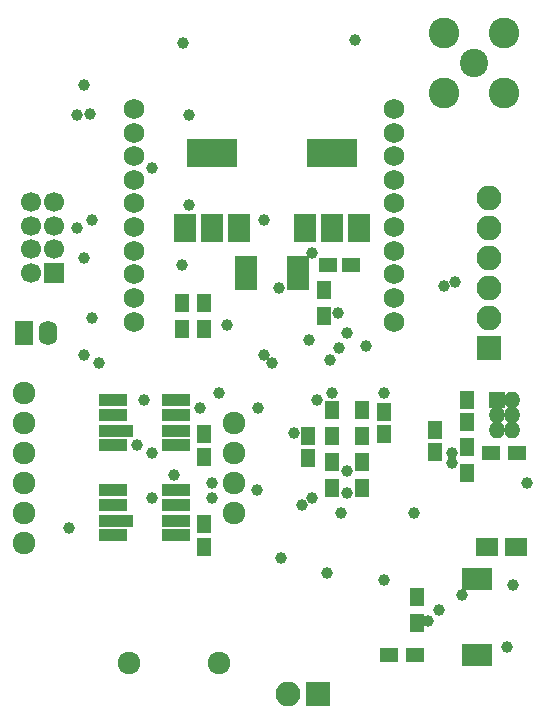
<source format=gbr>
G04 #@! TF.FileFunction,Soldermask,Top*
%FSLAX46Y46*%
G04 Gerber Fmt 4.6, Leading zero omitted, Abs format (unit mm)*
G04 Created by KiCad (PCBNEW 4.0.7) date 12/26/17 15:46:09*
%MOMM*%
%LPD*%
G01*
G04 APERTURE LIST*
%ADD10C,0.100000*%
%ADD11R,1.300000X1.600000*%
%ADD12C,1.727200*%
%ADD13R,1.400000X1.400000*%
%ADD14O,1.400000X1.400000*%
%ADD15R,2.100000X2.100000*%
%ADD16O,2.100000X2.100000*%
%ADD17R,1.150000X1.600000*%
%ADD18R,1.600000X1.150000*%
%ADD19R,2.600000X1.900000*%
%ADD20R,4.200000X2.400000*%
%ADD21R,1.900000X2.400000*%
%ADD22R,1.600000X1.300000*%
%ADD23C,1.924000*%
%ADD24R,1.900000X1.010000*%
%ADD25R,2.451100X1.102360*%
%ADD26R,3.002280X1.102360*%
%ADD27R,1.700000X1.700000*%
%ADD28C,1.700000*%
%ADD29C,2.600000*%
%ADD30C,2.400000*%
%ADD31C,1.000000*%
%ADD32R,1.600000X2.100000*%
%ADD33O,1.600000X2.100000*%
%ADD34R,1.900000X1.650000*%
G04 APERTURE END LIST*
D10*
D11*
X152400000Y-81323000D03*
X152400000Y-83523000D03*
X150495000Y-83523000D03*
X150495000Y-81323000D03*
D12*
X168478200Y-82864960D03*
X168478200Y-80863440D03*
X168478200Y-78864460D03*
X168478200Y-76862940D03*
X168478200Y-74863960D03*
X168478200Y-72864980D03*
X168478200Y-70863460D03*
X168478200Y-68864480D03*
X168478200Y-66862960D03*
X168478200Y-64863980D03*
X146481800Y-64863980D03*
X146481800Y-66862960D03*
X146481800Y-68864480D03*
X146481800Y-70863460D03*
X146481800Y-72864980D03*
X146481800Y-74863960D03*
X146481800Y-76862940D03*
X146481800Y-78864460D03*
X146481800Y-80863440D03*
X146481800Y-82864960D03*
D13*
X177165000Y-89535000D03*
D14*
X178435000Y-89535000D03*
X177165000Y-90805000D03*
X178435000Y-90805000D03*
X177165000Y-92075000D03*
X178435000Y-92075000D03*
D15*
X176530000Y-85090000D03*
D16*
X176530000Y-82550000D03*
X176530000Y-80010000D03*
X176530000Y-77470000D03*
X176530000Y-74930000D03*
X176530000Y-72390000D03*
D17*
X167640000Y-92390000D03*
X167640000Y-90490000D03*
X161163000Y-92522000D03*
X161163000Y-94422000D03*
X174625000Y-89474000D03*
X174625000Y-91374000D03*
X171958000Y-92014000D03*
X171958000Y-93914000D03*
D18*
X162880000Y-78105000D03*
X164780000Y-78105000D03*
D11*
X163195000Y-92540000D03*
X163195000Y-90340000D03*
X165735000Y-92540000D03*
X165735000Y-90340000D03*
X174625000Y-95715000D03*
X174625000Y-93515000D03*
D19*
X175450500Y-104686500D03*
X175450500Y-111086500D03*
D20*
X153035000Y-68605000D03*
D21*
X153035000Y-74905000D03*
X155335000Y-74905000D03*
X150735000Y-74905000D03*
D20*
X163195000Y-68605000D03*
D21*
X163195000Y-74905000D03*
X165495000Y-74905000D03*
X160895000Y-74905000D03*
D22*
X178900000Y-93980000D03*
X176700000Y-93980000D03*
D11*
X163195000Y-96985000D03*
X163195000Y-94785000D03*
X165735000Y-96985000D03*
X165735000Y-94785000D03*
D22*
X168000500Y-111061500D03*
X170200500Y-111061500D03*
D11*
X170370500Y-106151500D03*
X170370500Y-108351500D03*
X162560000Y-80180000D03*
X162560000Y-82380000D03*
D23*
X137160000Y-101600000D03*
X137160000Y-99060000D03*
X137160000Y-96520000D03*
X137160000Y-93980000D03*
X137160000Y-91440000D03*
X137160000Y-88900000D03*
X154940000Y-91440000D03*
X154940000Y-93980000D03*
X154940000Y-96520000D03*
X154940000Y-99060000D03*
D24*
X160315000Y-77790000D03*
X155915000Y-77790000D03*
X160315000Y-78740000D03*
X155915000Y-78740000D03*
X160315000Y-79690000D03*
X155915000Y-79690000D03*
D17*
X152400000Y-100015000D03*
X152400000Y-101915000D03*
X152400000Y-92395000D03*
X152400000Y-94295000D03*
D25*
X144645380Y-97160080D03*
X144645380Y-98412300D03*
D26*
X144922240Y-99707700D03*
D25*
X144645380Y-100959920D03*
X149994620Y-100959920D03*
X149994620Y-99707700D03*
X149994620Y-98412300D03*
X149994620Y-97160080D03*
X144645380Y-89540080D03*
X144645380Y-90792300D03*
D26*
X144922240Y-92087700D03*
D25*
X144645380Y-93339920D03*
X149994620Y-93339920D03*
X149994620Y-92087700D03*
X149994620Y-90792300D03*
X149994620Y-89540080D03*
D27*
X139700000Y-78740000D03*
D28*
X139700000Y-76740000D03*
X139700000Y-74740000D03*
X139700000Y-72740000D03*
X137700000Y-78740000D03*
X137700000Y-76740000D03*
X137700000Y-74740000D03*
X137700000Y-72740000D03*
D29*
X172720000Y-63500000D03*
X172720000Y-58420000D03*
X177800000Y-58420000D03*
X177800000Y-63500000D03*
D30*
X175260000Y-60960000D03*
D31*
X152019000Y-90170000D03*
X165163500Y-58991500D03*
X150558500Y-59245500D03*
D23*
X146050000Y-111760000D03*
X153670000Y-111760000D03*
D15*
X162052000Y-114427000D03*
D16*
X159512000Y-114427000D03*
D32*
X137160000Y-83820000D03*
D33*
X139160000Y-83820000D03*
D34*
X176296000Y-101981000D03*
X178796000Y-101981000D03*
D31*
X150495000Y-78105000D03*
X142240000Y-62865000D03*
X173355000Y-94869000D03*
X161544000Y-97790000D03*
X160020000Y-92329000D03*
X158877000Y-102870000D03*
X179705000Y-96520000D03*
X167640000Y-88900000D03*
X174180500Y-105981500D03*
X147955000Y-69850000D03*
X151130000Y-73025000D03*
X151130000Y-65405000D03*
X153670000Y-88900000D03*
X161290000Y-84455000D03*
X164465000Y-83820000D03*
X166116000Y-84963000D03*
X163703000Y-82169000D03*
X173355000Y-93980000D03*
X167640000Y-104775000D03*
X154305000Y-83185000D03*
X157480000Y-74295000D03*
X161925000Y-89535000D03*
X163195000Y-88900000D03*
X160655000Y-98425000D03*
X170180000Y-99060000D03*
X177990500Y-110426500D03*
X161544000Y-77089000D03*
X158750000Y-80010000D03*
X172275500Y-107251500D03*
X171323000Y-108204000D03*
X142748000Y-65278000D03*
X172720000Y-79883000D03*
X141605000Y-65405000D03*
X173609000Y-79502000D03*
X156972000Y-90170000D03*
X140970000Y-100330000D03*
X146685000Y-93345000D03*
X149860000Y-95885000D03*
X156845000Y-97155000D03*
X153035000Y-97790000D03*
X147955000Y-97790000D03*
X147955000Y-93980000D03*
X153035000Y-96520000D03*
X147320000Y-89535000D03*
X141605000Y-74930000D03*
X142240000Y-77470000D03*
X142240000Y-85725000D03*
X157480000Y-85725000D03*
X163830000Y-85090000D03*
X142875000Y-82550000D03*
X142875000Y-74295000D03*
X143510000Y-86360000D03*
X158115000Y-86360000D03*
X163068000Y-86106000D03*
X162814000Y-104140000D03*
X163957000Y-99060000D03*
X164465000Y-97409000D03*
X164465000Y-95504000D03*
X178562000Y-105156000D03*
M02*

</source>
